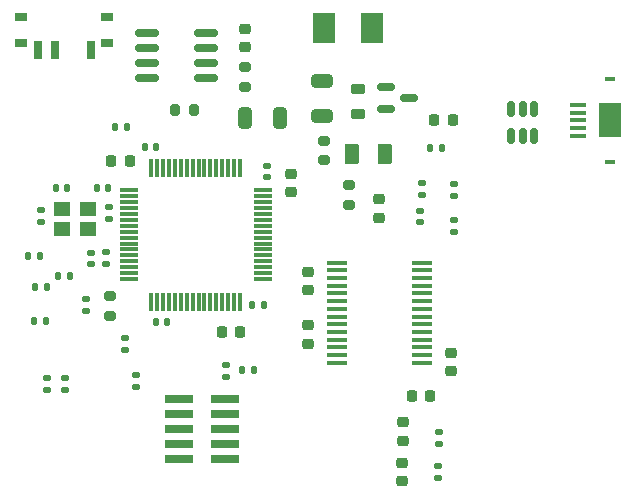
<source format=gbr>
%TF.GenerationSoftware,KiCad,Pcbnew,(5.99.0-11177-g6c67dfa032)*%
%TF.CreationDate,2021-08-02T03:39:22-04:00*%
%TF.ProjectId,STM32+Codec,53544d33-322b-4436-9f64-65632e6b6963,1.0*%
%TF.SameCoordinates,Original*%
%TF.FileFunction,Paste,Top*%
%TF.FilePolarity,Positive*%
%FSLAX46Y46*%
G04 Gerber Fmt 4.6, Leading zero omitted, Abs format (unit mm)*
G04 Created by KiCad (PCBNEW (5.99.0-11177-g6c67dfa032)) date 2021-08-02 03:39:22*
%MOMM*%
%LPD*%
G01*
G04 APERTURE LIST*
G04 Aperture macros list*
%AMRoundRect*
0 Rectangle with rounded corners*
0 $1 Rounding radius*
0 $2 $3 $4 $5 $6 $7 $8 $9 X,Y pos of 4 corners*
0 Add a 4 corners polygon primitive as box body*
4,1,4,$2,$3,$4,$5,$6,$7,$8,$9,$2,$3,0*
0 Add four circle primitives for the rounded corners*
1,1,$1+$1,$2,$3*
1,1,$1+$1,$4,$5*
1,1,$1+$1,$6,$7*
1,1,$1+$1,$8,$9*
0 Add four rect primitives between the rounded corners*
20,1,$1+$1,$2,$3,$4,$5,0*
20,1,$1+$1,$4,$5,$6,$7,0*
20,1,$1+$1,$6,$7,$8,$9,0*
20,1,$1+$1,$8,$9,$2,$3,0*%
G04 Aperture macros list end*
%ADD10RoundRect,0.140000X0.140000X0.170000X-0.140000X0.170000X-0.140000X-0.170000X0.140000X-0.170000X0*%
%ADD11RoundRect,0.218750X-0.256250X0.218750X-0.256250X-0.218750X0.256250X-0.218750X0.256250X0.218750X0*%
%ADD12RoundRect,0.135000X-0.185000X0.135000X-0.185000X-0.135000X0.185000X-0.135000X0.185000X0.135000X0*%
%ADD13RoundRect,0.200000X-0.275000X0.200000X-0.275000X-0.200000X0.275000X-0.200000X0.275000X0.200000X0*%
%ADD14RoundRect,0.147500X-0.147500X-0.172500X0.147500X-0.172500X0.147500X0.172500X-0.147500X0.172500X0*%
%ADD15RoundRect,0.225000X-0.225000X-0.250000X0.225000X-0.250000X0.225000X0.250000X-0.225000X0.250000X0*%
%ADD16RoundRect,0.225000X-0.250000X0.225000X-0.250000X-0.225000X0.250000X-0.225000X0.250000X0.225000X0*%
%ADD17R,2.400000X0.740000*%
%ADD18RoundRect,0.150000X-0.587500X-0.150000X0.587500X-0.150000X0.587500X0.150000X-0.587500X0.150000X0*%
%ADD19RoundRect,0.218750X0.256250X-0.218750X0.256250X0.218750X-0.256250X0.218750X-0.256250X-0.218750X0*%
%ADD20RoundRect,0.135000X0.185000X-0.135000X0.185000X0.135000X-0.185000X0.135000X-0.185000X-0.135000X0*%
%ADD21RoundRect,0.150000X-0.150000X0.512500X-0.150000X-0.512500X0.150000X-0.512500X0.150000X0.512500X0*%
%ADD22R,1.900000X2.500000*%
%ADD23RoundRect,0.140000X-0.170000X0.140000X-0.170000X-0.140000X0.170000X-0.140000X0.170000X0.140000X0*%
%ADD24RoundRect,0.150000X-0.825000X-0.150000X0.825000X-0.150000X0.825000X0.150000X-0.825000X0.150000X0*%
%ADD25RoundRect,0.140000X-0.140000X-0.170000X0.140000X-0.170000X0.140000X0.170000X-0.140000X0.170000X0*%
%ADD26R,1.400000X1.200000*%
%ADD27RoundRect,0.200000X-0.200000X-0.275000X0.200000X-0.275000X0.200000X0.275000X-0.200000X0.275000X0*%
%ADD28RoundRect,0.250000X-0.325000X-0.650000X0.325000X-0.650000X0.325000X0.650000X-0.325000X0.650000X0*%
%ADD29RoundRect,0.147500X0.172500X-0.147500X0.172500X0.147500X-0.172500X0.147500X-0.172500X-0.147500X0*%
%ADD30RoundRect,0.140000X0.170000X-0.140000X0.170000X0.140000X-0.170000X0.140000X-0.170000X-0.140000X0*%
%ADD31R,0.700000X1.500000*%
%ADD32R,1.000000X0.800000*%
%ADD33R,0.850000X0.300000*%
%ADD34R,1.350000X0.400000*%
%ADD35R,1.900000X2.900000*%
%ADD36RoundRect,0.075000X-0.700000X-0.075000X0.700000X-0.075000X0.700000X0.075000X-0.700000X0.075000X0*%
%ADD37RoundRect,0.075000X-0.075000X-0.700000X0.075000X-0.700000X0.075000X0.700000X-0.075000X0.700000X0*%
%ADD38R,1.750000X0.450000*%
%ADD39RoundRect,0.250000X-0.650000X0.325000X-0.650000X-0.325000X0.650000X-0.325000X0.650000X0.325000X0*%
%ADD40RoundRect,0.218750X0.381250X-0.218750X0.381250X0.218750X-0.381250X0.218750X-0.381250X-0.218750X0*%
%ADD41RoundRect,0.200000X0.275000X-0.200000X0.275000X0.200000X-0.275000X0.200000X-0.275000X-0.200000X0*%
%ADD42RoundRect,0.218750X-0.218750X-0.256250X0.218750X-0.256250X0.218750X0.256250X-0.218750X0.256250X0*%
%ADD43RoundRect,0.135000X-0.135000X-0.185000X0.135000X-0.185000X0.135000X0.185000X-0.135000X0.185000X0*%
%ADD44RoundRect,0.135000X0.135000X0.185000X-0.135000X0.185000X-0.135000X-0.185000X0.135000X-0.185000X0*%
%ADD45RoundRect,0.250000X0.375000X0.625000X-0.375000X0.625000X-0.375000X-0.625000X0.375000X-0.625000X0*%
%ADD46RoundRect,0.225000X0.250000X-0.225000X0.250000X0.225000X-0.250000X0.225000X-0.250000X-0.225000X0*%
G04 APERTURE END LIST*
D10*
%TO.C,C21*%
X150873400Y-61493400D03*
X149913400Y-61493400D03*
%TD*%
D11*
%TO.C,D3*%
X134239000Y-51384100D03*
X134239000Y-52959100D03*
%TD*%
D12*
%TO.C,R17*%
X151892000Y-64539400D03*
X151892000Y-65559400D03*
%TD*%
D13*
%TO.C,R4*%
X134239000Y-54674000D03*
X134239000Y-56324000D03*
%TD*%
D14*
%TO.C,L2*%
X118440200Y-72313800D03*
X119410200Y-72313800D03*
%TD*%
D15*
%TO.C,C5*%
X132244800Y-77063600D03*
X133794800Y-77063600D03*
%TD*%
D16*
%TO.C,C19*%
X147599400Y-84721400D03*
X147599400Y-86271400D03*
%TD*%
D17*
%TO.C,SWD*%
X128656800Y-82778600D03*
X132556800Y-82778600D03*
X128656800Y-84048600D03*
X132556800Y-84048600D03*
X128656800Y-85318600D03*
X132556800Y-85318600D03*
X128656800Y-86588600D03*
X132556800Y-86588600D03*
X128656800Y-87858600D03*
X132556800Y-87858600D03*
%TD*%
D18*
%TO.C,Q1*%
X146201200Y-56290200D03*
X146201200Y-58190200D03*
X148076200Y-57240200D03*
%TD*%
D19*
%TO.C,D4*%
X145618200Y-67411600D03*
X145618200Y-65836600D03*
%TD*%
D20*
%TO.C,R15*%
X149250400Y-65483200D03*
X149250400Y-64463200D03*
%TD*%
D12*
%TO.C,R8*%
X124053600Y-77620400D03*
X124053600Y-78640400D03*
%TD*%
D21*
%TO.C,USBLC6*%
X158684000Y-58222300D03*
X157734000Y-58222300D03*
X156784000Y-58222300D03*
X156784000Y-60497300D03*
X157734000Y-60497300D03*
X158684000Y-60497300D03*
%TD*%
D22*
%TO.C,L1*%
X140901200Y-51358800D03*
X145001200Y-51358800D03*
%TD*%
D23*
%TO.C,C10*%
X136118600Y-62994600D03*
X136118600Y-63954600D03*
%TD*%
D24*
%TO.C,U2*%
X125972800Y-51790600D03*
X125972800Y-53060600D03*
X125972800Y-54330600D03*
X125972800Y-55600600D03*
X130922800Y-55600600D03*
X130922800Y-54330600D03*
X130922800Y-53060600D03*
X130922800Y-51790600D03*
%TD*%
D12*
%TO.C,R3*%
X116992400Y-66774600D03*
X116992400Y-67794600D03*
%TD*%
D15*
%TO.C,C3*%
X122923000Y-62611000D03*
X124473000Y-62611000D03*
%TD*%
D25*
%TO.C,C9*%
X134851200Y-74828400D03*
X135811200Y-74828400D03*
%TD*%
D12*
%TO.C,R10*%
X124968000Y-80744600D03*
X124968000Y-81764600D03*
%TD*%
D26*
%TO.C,Y1*%
X120937200Y-66663200D03*
X118737200Y-66663200D03*
X118737200Y-68363200D03*
X120937200Y-68363200D03*
%TD*%
D12*
%TO.C,R18*%
X117429600Y-80973200D03*
X117429600Y-81993200D03*
%TD*%
D27*
%TO.C,R2*%
X128283200Y-58293000D03*
X129933200Y-58293000D03*
%TD*%
D28*
%TO.C,C12*%
X134237200Y-58928000D03*
X137187200Y-58928000D03*
%TD*%
D20*
%TO.C,R14*%
X151942800Y-68607400D03*
X151942800Y-67587400D03*
%TD*%
D16*
%TO.C,C20*%
X147523200Y-88125000D03*
X147523200Y-89675000D03*
%TD*%
D20*
%TO.C,R16*%
X150545800Y-89410000D03*
X150545800Y-88390000D03*
%TD*%
D29*
%TO.C,D1*%
X120751600Y-75272100D03*
X120751600Y-74302100D03*
%TD*%
D30*
%TO.C,C13*%
X121208800Y-71346000D03*
X121208800Y-70386000D03*
%TD*%
D31*
%TO.C,BOOT*%
X116672800Y-53238400D03*
X118172800Y-53238400D03*
X121172800Y-53238400D03*
D32*
X115272800Y-50378400D03*
X122572800Y-50378400D03*
X115272800Y-52588400D03*
X122572800Y-52588400D03*
%TD*%
D33*
%TO.C,USB*%
X165128800Y-55656600D03*
X165128800Y-62656600D03*
D34*
X162453800Y-57856600D03*
X162453800Y-58506600D03*
X162453800Y-59156600D03*
X162453800Y-59806600D03*
X162453800Y-60456600D03*
D35*
X165128800Y-59156600D03*
%TD*%
D36*
%TO.C,STM32F*%
X124373000Y-65084000D03*
X124373000Y-65584000D03*
X124373000Y-66084000D03*
X124373000Y-66584000D03*
X124373000Y-67084000D03*
X124373000Y-67584000D03*
X124373000Y-68084000D03*
X124373000Y-68584000D03*
X124373000Y-69084000D03*
X124373000Y-69584000D03*
X124373000Y-70084000D03*
X124373000Y-70584000D03*
X124373000Y-71084000D03*
X124373000Y-71584000D03*
X124373000Y-72084000D03*
X124373000Y-72584000D03*
D37*
X126298000Y-74509000D03*
X126798000Y-74509000D03*
X127298000Y-74509000D03*
X127798000Y-74509000D03*
X128298000Y-74509000D03*
X128798000Y-74509000D03*
X129298000Y-74509000D03*
X129798000Y-74509000D03*
X130298000Y-74509000D03*
X130798000Y-74509000D03*
X131298000Y-74509000D03*
X131798000Y-74509000D03*
X132298000Y-74509000D03*
X132798000Y-74509000D03*
X133298000Y-74509000D03*
X133798000Y-74509000D03*
D36*
X135723000Y-72584000D03*
X135723000Y-72084000D03*
X135723000Y-71584000D03*
X135723000Y-71084000D03*
X135723000Y-70584000D03*
X135723000Y-70084000D03*
X135723000Y-69584000D03*
X135723000Y-69084000D03*
X135723000Y-68584000D03*
X135723000Y-68084000D03*
X135723000Y-67584000D03*
X135723000Y-67084000D03*
X135723000Y-66584000D03*
X135723000Y-66084000D03*
X135723000Y-65584000D03*
X135723000Y-65084000D03*
D37*
X133798000Y-63159000D03*
X133298000Y-63159000D03*
X132798000Y-63159000D03*
X132298000Y-63159000D03*
X131798000Y-63159000D03*
X131298000Y-63159000D03*
X130798000Y-63159000D03*
X130298000Y-63159000D03*
X129798000Y-63159000D03*
X129298000Y-63159000D03*
X128798000Y-63159000D03*
X128298000Y-63159000D03*
X127798000Y-63159000D03*
X127298000Y-63159000D03*
X126798000Y-63159000D03*
X126298000Y-63159000D03*
%TD*%
D30*
%TO.C,C22*%
X149072600Y-67790000D03*
X149072600Y-66830000D03*
%TD*%
D38*
%TO.C,Codec*%
X142043600Y-71213000D03*
X142043600Y-71863000D03*
X142043600Y-72513000D03*
X142043600Y-73163000D03*
X142043600Y-73813000D03*
X142043600Y-74463000D03*
X142043600Y-75113000D03*
X142043600Y-75763000D03*
X142043600Y-76413000D03*
X142043600Y-77063000D03*
X142043600Y-77713000D03*
X142043600Y-78363000D03*
X142043600Y-79013000D03*
X142043600Y-79663000D03*
X149243600Y-79663000D03*
X149243600Y-79013000D03*
X149243600Y-78363000D03*
X149243600Y-77713000D03*
X149243600Y-77063000D03*
X149243600Y-76413000D03*
X149243600Y-75763000D03*
X149243600Y-75113000D03*
X149243600Y-74463000D03*
X149243600Y-73813000D03*
X149243600Y-73163000D03*
X149243600Y-72513000D03*
X149243600Y-71863000D03*
X149243600Y-71213000D03*
%TD*%
D12*
%TO.C,R20*%
X118953600Y-80945800D03*
X118953600Y-81965800D03*
%TD*%
D39*
%TO.C,C4*%
X140716000Y-55852800D03*
X140716000Y-58802800D03*
%TD*%
D16*
%TO.C,C16*%
X139547600Y-71970600D03*
X139547600Y-73520600D03*
%TD*%
%TO.C,C17*%
X151663400Y-78815600D03*
X151663400Y-80365600D03*
%TD*%
D40*
%TO.C,FB1*%
X143814800Y-58644300D03*
X143814800Y-56519300D03*
%TD*%
D25*
%TO.C,C2*%
X118188800Y-64846200D03*
X119148800Y-64846200D03*
%TD*%
D13*
%TO.C,R1*%
X122783600Y-74028800D03*
X122783600Y-75678800D03*
%TD*%
D30*
%TO.C,C1*%
X122682000Y-67485200D03*
X122682000Y-66525200D03*
%TD*%
D12*
%TO.C,R19*%
X150672800Y-85570600D03*
X150672800Y-86590600D03*
%TD*%
D16*
%TO.C,C15*%
X139573000Y-76517200D03*
X139573000Y-78067200D03*
%TD*%
D41*
%TO.C,R5*%
X140919200Y-62521600D03*
X140919200Y-60871600D03*
%TD*%
D42*
%TO.C,D2*%
X150240900Y-59156600D03*
X151815900Y-59156600D03*
%TD*%
D43*
%TO.C,R7*%
X116380800Y-76123800D03*
X117400800Y-76123800D03*
%TD*%
D30*
%TO.C,C14*%
X122504200Y-71295200D03*
X122504200Y-70335200D03*
%TD*%
D43*
%TO.C,R6*%
X123213400Y-59740800D03*
X124233400Y-59740800D03*
%TD*%
D41*
%TO.C,R21*%
X143052800Y-66306200D03*
X143052800Y-64656200D03*
%TD*%
D10*
%TO.C,C8*%
X127632400Y-76250800D03*
X126672400Y-76250800D03*
%TD*%
D44*
%TO.C,R11*%
X134977600Y-80314800D03*
X133957600Y-80314800D03*
%TD*%
%TO.C,R12*%
X117451600Y-73253600D03*
X116431600Y-73253600D03*
%TD*%
D15*
%TO.C,C18*%
X148348400Y-82499200D03*
X149898400Y-82499200D03*
%TD*%
D45*
%TO.C,F1*%
X146053000Y-61976000D03*
X143253000Y-61976000D03*
%TD*%
D25*
%TO.C,C11*%
X125732600Y-61417200D03*
X126692600Y-61417200D03*
%TD*%
D46*
%TO.C,C7*%
X138112800Y-65214800D03*
X138112800Y-63664800D03*
%TD*%
D25*
%TO.C,C6*%
X121671200Y-64897000D03*
X122631200Y-64897000D03*
%TD*%
D20*
%TO.C,R9*%
X132664200Y-80875600D03*
X132664200Y-79855600D03*
%TD*%
D44*
%TO.C,R13*%
X116890800Y-70637400D03*
X115870800Y-70637400D03*
%TD*%
M02*

</source>
